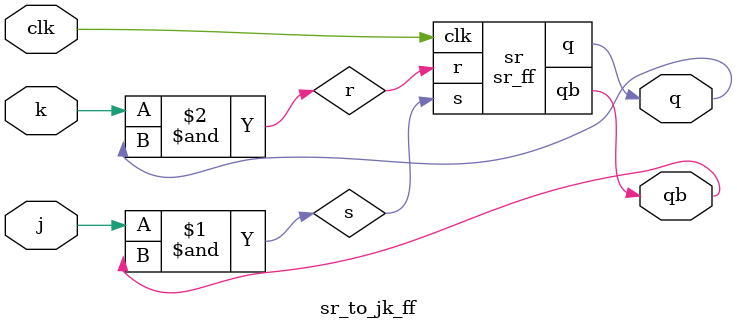
<source format=v>
`timescale 1ns / 1ps

module sr_ff(
    input s,r,
    input clk,
    output reg q = 1,
    output  qb
    );
    
    assign qb = ~q;

    always @(posedge clk)
        begin
            case({s,r})
                2'b00: q <= q;
                2'b01: q <= 0;
                2'b10: q <= 1;
                2'b11: q <= 1'bx;
            endcase
        end        
endmodule

module sr_to_jk_ff(
    input j,k,
    input clk,
    output q,
    output qb
    );
    
    wire s,r;
    
    sr_ff sr(s,r,clk,q,qb);
    
//    assign s = j & qb;
//    assign r = k & q;
    
    and g1(s, j, qb);
    and g2(r, k, q);
endmodule


</source>
